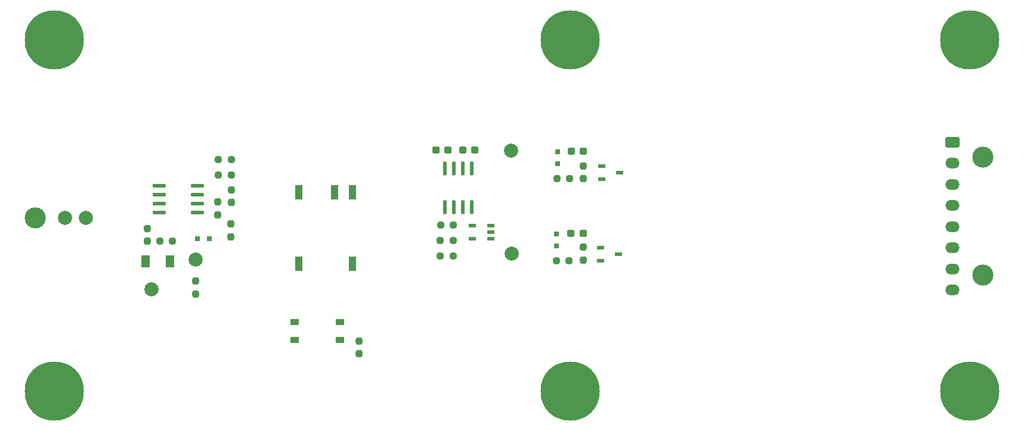
<source format=gbr>
%TF.GenerationSoftware,KiCad,Pcbnew,(6.0.7-1)-1*%
%TF.CreationDate,2022-12-12T00:26:17-05:00*%
%TF.ProjectId,HVPCB,48565043-422e-46b6-9963-61645f706362,rev?*%
%TF.SameCoordinates,Original*%
%TF.FileFunction,Soldermask,Top*%
%TF.FilePolarity,Negative*%
%FSLAX46Y46*%
G04 Gerber Fmt 4.6, Leading zero omitted, Abs format (unit mm)*
G04 Created by KiCad (PCBNEW (6.0.7-1)-1) date 2022-12-12 00:26:17*
%MOMM*%
%LPD*%
G01*
G04 APERTURE LIST*
G04 Aperture macros list*
%AMRoundRect*
0 Rectangle with rounded corners*
0 $1 Rounding radius*
0 $2 $3 $4 $5 $6 $7 $8 $9 X,Y pos of 4 corners*
0 Add a 4 corners polygon primitive as box body*
4,1,4,$2,$3,$4,$5,$6,$7,$8,$9,$2,$3,0*
0 Add four circle primitives for the rounded corners*
1,1,$1+$1,$2,$3*
1,1,$1+$1,$4,$5*
1,1,$1+$1,$6,$7*
1,1,$1+$1,$8,$9*
0 Add four rect primitives between the rounded corners*
20,1,$1+$1,$2,$3,$4,$5,0*
20,1,$1+$1,$4,$5,$6,$7,0*
20,1,$1+$1,$6,$7,$8,$9,0*
20,1,$1+$1,$8,$9,$2,$3,0*%
G04 Aperture macros list end*
%ADD10R,1.300000X1.700000*%
%ADD11RoundRect,0.237500X0.300000X0.237500X-0.300000X0.237500X-0.300000X-0.237500X0.300000X-0.237500X0*%
%ADD12RoundRect,0.237500X-0.300000X-0.237500X0.300000X-0.237500X0.300000X0.237500X-0.300000X0.237500X0*%
%ADD13C,3.000000*%
%ADD14RoundRect,0.250001X-0.759999X0.499999X-0.759999X-0.499999X0.759999X-0.499999X0.759999X0.499999X0*%
%ADD15O,2.020000X1.500000*%
%ADD16C,8.400000*%
%ADD17RoundRect,0.237500X-0.250000X-0.237500X0.250000X-0.237500X0.250000X0.237500X-0.250000X0.237500X0*%
%ADD18O,1.950216X0.568402*%
%ADD19RoundRect,0.237500X0.237500X-0.250000X0.237500X0.250000X-0.237500X0.250000X-0.237500X-0.250000X0*%
%ADD20R,1.070003X0.600000*%
%ADD21C,2.000000*%
%ADD22RoundRect,0.237500X-0.237500X0.250000X-0.237500X-0.250000X0.237500X-0.250000X0.237500X0.250000X0*%
%ADD23R,1.198882X0.900000*%
%ADD24R,1.000000X2.100000*%
%ADD25R,0.800000X0.800000*%
%ADD26RoundRect,0.237500X0.250000X0.237500X-0.250000X0.237500X-0.250000X-0.237500X0.250000X-0.237500X0*%
%ADD27R,1.000000X0.600000*%
%ADD28O,0.573990X2.035509*%
G04 APERTURE END LIST*
D10*
%TO.C,D1*%
X96950000Y-100000000D03*
X100450000Y-100000000D03*
%TD*%
D11*
%TO.C,C5*%
X159100000Y-96050000D03*
X157375000Y-96050000D03*
%TD*%
%TO.C,C4*%
X159112500Y-84375000D03*
X157387500Y-84375000D03*
%TD*%
D12*
%TO.C,C3*%
X142022501Y-84167844D03*
X143747501Y-84167844D03*
%TD*%
D11*
%TO.C,C2*%
X139897501Y-84167844D03*
X138172501Y-84167844D03*
%TD*%
D13*
%TO.C,J1*%
X215820000Y-85250000D03*
X215820000Y-101950000D03*
D14*
X211500000Y-83100000D03*
D15*
X211500000Y-86100000D03*
X211500000Y-89100000D03*
X211500000Y-92100000D03*
X211500000Y-95100000D03*
X211500000Y-98100000D03*
X211500000Y-101100000D03*
X211500000Y-104100000D03*
%TD*%
D16*
%TO.C,H4*%
X157250000Y-68500000D03*
%TD*%
D17*
%TO.C,R17*%
X98969739Y-97150477D03*
X100794739Y-97150477D03*
%TD*%
D18*
%TO.C,U4*%
X104300000Y-93070003D03*
X104300000Y-91800000D03*
X104300000Y-90529998D03*
X104300000Y-89259995D03*
X98889790Y-89259995D03*
X98889790Y-90529998D03*
X98889790Y-91800000D03*
X98889790Y-93070003D03*
%TD*%
D19*
%TO.C,R4*%
X159150000Y-88275000D03*
X159150000Y-86450000D03*
%TD*%
D16*
%TO.C,H2*%
X214000000Y-68500000D03*
%TD*%
D20*
%TO.C,U5*%
X161602423Y-98062538D03*
X161602423Y-99962462D03*
X164072577Y-99012500D03*
%TD*%
D17*
%TO.C,R1*%
X155350000Y-88262500D03*
X157175000Y-88262500D03*
%TD*%
D16*
%TO.C,H5*%
X84000000Y-68500000D03*
%TD*%
D17*
%TO.C,R6*%
X155275000Y-99950000D03*
X157100000Y-99950000D03*
%TD*%
D16*
%TO.C,H3*%
X214000000Y-118500000D03*
%TD*%
D21*
%TO.C,TP2*%
X97819789Y-104050477D03*
%TD*%
D17*
%TO.C,R10*%
X138810001Y-99276593D03*
X140635001Y-99276593D03*
%TD*%
D13*
%TO.C,U14*%
X81273889Y-93825527D03*
D21*
X85504013Y-93825527D03*
X88504013Y-93825527D03*
%TD*%
D16*
%TO.C,H1*%
X84000000Y-118500000D03*
%TD*%
D22*
%TO.C,R18*%
X109119789Y-94737977D03*
X109119789Y-96562977D03*
%TD*%
D23*
%TO.C,S2*%
X118100064Y-108679743D03*
X118100064Y-111219749D03*
X124599936Y-111219749D03*
X124599936Y-108679743D03*
%TD*%
D24*
%TO.C,U3*%
X126330000Y-90200000D03*
X123790000Y-90200000D03*
X118710000Y-90200000D03*
X118710000Y-100400000D03*
X126330000Y-100400000D03*
%TD*%
D17*
%TO.C,R15*%
X107342371Y-85575159D03*
X109167371Y-85575159D03*
%TD*%
D21*
%TO.C,TP3*%
X104119789Y-99750477D03*
%TD*%
D25*
%TO.C,U8*%
X155446500Y-86162802D03*
X155446500Y-84460998D03*
%TD*%
D26*
%TO.C,R14*%
X109157289Y-87725159D03*
X107332289Y-87725159D03*
%TD*%
D22*
%TO.C,R19*%
X104095847Y-102862659D03*
X104095847Y-104687659D03*
%TD*%
D16*
%TO.C,H6*%
X157250000Y-118500000D03*
%TD*%
D22*
%TO.C,R5*%
X107238895Y-91574499D03*
X107238895Y-93399499D03*
%TD*%
D19*
%TO.C,R7*%
X159087500Y-99862500D03*
X159087500Y-98037500D03*
%TD*%
D25*
%TO.C,U9*%
X155337500Y-97826302D03*
X155337500Y-96124498D03*
%TD*%
D21*
%TO.C,TP4*%
X148950000Y-98950000D03*
%TD*%
D27*
%TO.C,U2*%
X145985103Y-96817755D03*
X145985103Y-95867793D03*
X145985103Y-94917831D03*
X143384899Y-94917831D03*
X143384899Y-96817755D03*
%TD*%
D28*
%TO.C,U1*%
X139444996Y-92317844D03*
X140714999Y-92317844D03*
X141985001Y-92317844D03*
X143255004Y-92317844D03*
X143255004Y-86782156D03*
X141985001Y-86782156D03*
X140714999Y-86782156D03*
X139444996Y-86782156D03*
%TD*%
D25*
%TO.C,U7*%
X104319545Y-96775159D03*
X106021349Y-96775159D03*
%TD*%
D17*
%TO.C,R12*%
X138860001Y-94876593D03*
X140685001Y-94876593D03*
%TD*%
D19*
%TO.C,R13*%
X109167371Y-91662977D03*
X109167371Y-89837977D03*
%TD*%
%TO.C,R20*%
X127274682Y-113173942D03*
X127274682Y-111348942D03*
%TD*%
D20*
%TO.C,U6*%
X161776923Y-86477038D03*
X161776923Y-88376962D03*
X164247077Y-87427000D03*
%TD*%
D22*
%TO.C,R16*%
X97219789Y-95337977D03*
X97219789Y-97162977D03*
%TD*%
D21*
%TO.C,TP5*%
X148900000Y-84300000D03*
%TD*%
D26*
%TO.C,R11*%
X140635001Y-97076593D03*
X138810001Y-97076593D03*
%TD*%
M02*

</source>
